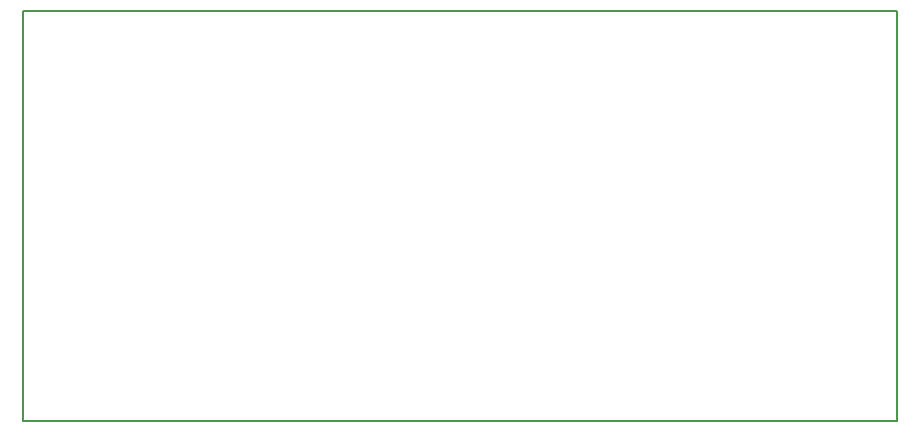
<source format=gm1>
G04 MADE WITH FRITZING*
G04 WWW.FRITZING.ORG*
G04 DOUBLE SIDED*
G04 HOLES PLATED*
G04 CONTOUR ON CENTER OF CONTOUR VECTOR*
%ASAXBY*%
%FSLAX23Y23*%
%MOIN*%
%OFA0B0*%
%SFA1.0B1.0*%
%ADD10R,2.920380X1.374570*%
%ADD11C,0.008000*%
%ADD10C,0.008*%
%LNCONTOUR*%
G90*
G70*
G54D10*
G54D11*
X4Y1371D02*
X2916Y1371D01*
X2916Y4D01*
X4Y4D01*
X4Y1371D01*
D02*
G04 End of contour*
M02*
</source>
